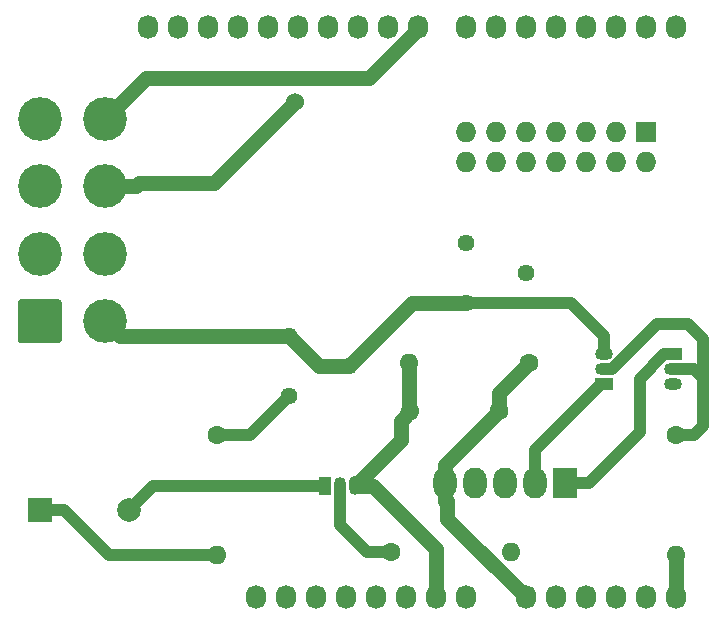
<source format=gbr>
G04 #@! TF.GenerationSoftware,KiCad,Pcbnew,5.0.2+dfsg1-1*
G04 #@! TF.CreationDate,2019-08-29T13:15:50-03:00*
G04 #@! TF.ProjectId,Placa_lcd_cont_geiger,506c6163-615f-46c6-9364-5f636f6e745f,rev?*
G04 #@! TF.SameCoordinates,Original*
G04 #@! TF.FileFunction,Copper,L1,Top*
G04 #@! TF.FilePolarity,Positive*
%FSLAX46Y46*%
G04 Gerber Fmt 4.6, Leading zero omitted, Abs format (unit mm)*
G04 Created by KiCad (PCBNEW 5.0.2+dfsg1-1) date jue 29 ago 2019 13:15:50 -03*
%MOMM*%
%LPD*%
G01*
G04 APERTURE LIST*
G04 #@! TA.AperFunction,ComponentPad*
%ADD10R,1.500000X1.050000*%
G04 #@! TD*
G04 #@! TA.AperFunction,ComponentPad*
%ADD11O,1.500000X1.050000*%
G04 #@! TD*
G04 #@! TA.AperFunction,ComponentPad*
%ADD12C,1.440000*%
G04 #@! TD*
G04 #@! TA.AperFunction,ComponentPad*
%ADD13O,1.727200X2.032000*%
G04 #@! TD*
G04 #@! TA.AperFunction,ComponentPad*
%ADD14R,2.000000X2.000000*%
G04 #@! TD*
G04 #@! TA.AperFunction,ComponentPad*
%ADD15C,2.000000*%
G04 #@! TD*
G04 #@! TA.AperFunction,ComponentPad*
%ADD16C,1.600000*%
G04 #@! TD*
G04 #@! TA.AperFunction,ComponentPad*
%ADD17O,1.600000X1.600000*%
G04 #@! TD*
G04 #@! TA.AperFunction,Conductor*
%ADD18C,0.100000*%
G04 #@! TD*
G04 #@! TA.AperFunction,ComponentPad*
%ADD19C,3.700000*%
G04 #@! TD*
G04 #@! TA.AperFunction,ComponentPad*
%ADD20R,1.727200X1.727200*%
G04 #@! TD*
G04 #@! TA.AperFunction,ComponentPad*
%ADD21O,1.727200X1.727200*%
G04 #@! TD*
G04 #@! TA.AperFunction,ComponentPad*
%ADD22O,1.050000X1.500000*%
G04 #@! TD*
G04 #@! TA.AperFunction,ComponentPad*
%ADD23R,1.050000X1.500000*%
G04 #@! TD*
G04 #@! TA.AperFunction,ComponentPad*
%ADD24R,2.000000X2.600000*%
G04 #@! TD*
G04 #@! TA.AperFunction,ComponentPad*
%ADD25O,2.000000X2.600000*%
G04 #@! TD*
G04 #@! TA.AperFunction,ViaPad*
%ADD26C,1.524000*%
G04 #@! TD*
G04 #@! TA.AperFunction,Conductor*
%ADD27C,1.270000*%
G04 #@! TD*
G04 #@! TA.AperFunction,Conductor*
%ADD28C,1.016000*%
G04 #@! TD*
G04 APERTURE END LIST*
D10*
G04 #@! TO.P,Q2,1*
G04 #@! TO.N,Net-(J3-Pad1)*
X174244000Y-103251000D03*
D11*
G04 #@! TO.P,Q2,3*
G04 #@! TO.N,GND*
X174244000Y-105791000D03*
G04 #@! TO.P,Q2,2*
G04 #@! TO.N,Net-(Q2-Pad2)*
X174244000Y-104521000D03*
G04 #@! TD*
D12*
G04 #@! TO.P,RV2,1*
G04 #@! TO.N,VCC*
X156718000Y-98933000D03*
G04 #@! TO.P,RV2,2*
G04 #@! TO.N,Net-(J2-Pad10)*
X161798000Y-96393000D03*
G04 #@! TO.P,RV2,3*
G04 #@! TO.N,GND*
X156718000Y-93853000D03*
G04 #@! TD*
D13*
G04 #@! TO.P,P1,1*
G04 #@! TO.N,Net-(P1-Pad1)*
X138938000Y-123825000D03*
G04 #@! TO.P,P1,2*
G04 #@! TO.N,/IOREF*
X141478000Y-123825000D03*
G04 #@! TO.P,P1,3*
G04 #@! TO.N,/Reset*
X144018000Y-123825000D03*
G04 #@! TO.P,P1,4*
G04 #@! TO.N,+3V3*
X146558000Y-123825000D03*
G04 #@! TO.P,P1,5*
G04 #@! TO.N,VCC*
X149098000Y-123825000D03*
G04 #@! TO.P,P1,6*
G04 #@! TO.N,GND*
X151638000Y-123825000D03*
G04 #@! TO.P,P1,7*
X154178000Y-123825000D03*
G04 #@! TO.P,P1,8*
G04 #@! TO.N,/Vin*
X156718000Y-123825000D03*
G04 #@! TD*
G04 #@! TO.P,P2,1*
G04 #@! TO.N,/A0*
X161798000Y-123825000D03*
G04 #@! TO.P,P2,2*
G04 #@! TO.N,/A1*
X164338000Y-123825000D03*
G04 #@! TO.P,P2,3*
G04 #@! TO.N,/A2*
X166878000Y-123825000D03*
G04 #@! TO.P,P2,4*
G04 #@! TO.N,/A3*
X169418000Y-123825000D03*
G04 #@! TO.P,P2,5*
G04 #@! TO.N,/A4*
X171958000Y-123825000D03*
G04 #@! TO.P,P2,6*
G04 #@! TO.N,/A5*
X174498000Y-123825000D03*
G04 #@! TD*
G04 #@! TO.P,P3,1*
G04 #@! TO.N,/A5(SCL)*
X129794000Y-75565000D03*
G04 #@! TO.P,P3,2*
G04 #@! TO.N,/A4(SDA)*
X132334000Y-75565000D03*
G04 #@! TO.P,P3,3*
G04 #@! TO.N,/AREF*
X134874000Y-75565000D03*
G04 #@! TO.P,P3,4*
G04 #@! TO.N,GND*
X137414000Y-75565000D03*
G04 #@! TO.P,P3,5*
G04 #@! TO.N,/13(SCK)*
X139954000Y-75565000D03*
G04 #@! TO.P,P3,6*
G04 #@! TO.N,/12(MISO)*
X142494000Y-75565000D03*
G04 #@! TO.P,P3,7*
G04 #@! TO.N,/11(\002A\002A/MOSI)*
X145034000Y-75565000D03*
G04 #@! TO.P,P3,8*
G04 #@! TO.N,/10(\002A\002A/SS)*
X147574000Y-75565000D03*
G04 #@! TO.P,P3,9*
G04 #@! TO.N,/9(\002A\002A)*
X150114000Y-75565000D03*
G04 #@! TO.P,P3,10*
G04 #@! TO.N,/8*
X152654000Y-75565000D03*
G04 #@! TD*
G04 #@! TO.P,P4,1*
G04 #@! TO.N,/7*
X156718000Y-75565000D03*
G04 #@! TO.P,P4,2*
G04 #@! TO.N,/6(\002A\002A)*
X159258000Y-75565000D03*
G04 #@! TO.P,P4,3*
G04 #@! TO.N,/5(\002A\002A)*
X161798000Y-75565000D03*
G04 #@! TO.P,P4,4*
G04 #@! TO.N,/4*
X164338000Y-75565000D03*
G04 #@! TO.P,P4,5*
G04 #@! TO.N,/3(\002A\002A)*
X166878000Y-75565000D03*
G04 #@! TO.P,P4,6*
G04 #@! TO.N,/2*
X169418000Y-75565000D03*
G04 #@! TO.P,P4,7*
G04 #@! TO.N,/1(Tx)*
X171958000Y-75565000D03*
G04 #@! TO.P,P4,8*
G04 #@! TO.N,/0(Rx)*
X174498000Y-75565000D03*
G04 #@! TD*
D14*
G04 #@! TO.P,BZ1,1*
G04 #@! TO.N,Net-(BZ1-Pad1)*
X120650000Y-116459000D03*
D15*
G04 #@! TO.P,BZ1,2*
G04 #@! TO.N,Net-(BZ1-Pad2)*
X128250000Y-116459000D03*
G04 #@! TD*
D16*
G04 #@! TO.P,C1,1*
G04 #@! TO.N,/A0*
X159512000Y-108077000D03*
D17*
G04 #@! TO.P,C1,2*
G04 #@! TO.N,GND*
X152012000Y-108077000D03*
G04 #@! TD*
D18*
G04 #@! TO.N,Net-(J1-Pad1)*
G04 #@! TO.C,J1*
G36*
X122274503Y-98608204D02*
X122298772Y-98611804D01*
X122322570Y-98617765D01*
X122345670Y-98626030D01*
X122367849Y-98636520D01*
X122388892Y-98649133D01*
X122408598Y-98663748D01*
X122426776Y-98680224D01*
X122443252Y-98698402D01*
X122457867Y-98718108D01*
X122470480Y-98739151D01*
X122480970Y-98761330D01*
X122489235Y-98784430D01*
X122495196Y-98808228D01*
X122498796Y-98832497D01*
X122500000Y-98857001D01*
X122500000Y-102056999D01*
X122498796Y-102081503D01*
X122495196Y-102105772D01*
X122489235Y-102129570D01*
X122480970Y-102152670D01*
X122470480Y-102174849D01*
X122457867Y-102195892D01*
X122443252Y-102215598D01*
X122426776Y-102233776D01*
X122408598Y-102250252D01*
X122388892Y-102264867D01*
X122367849Y-102277480D01*
X122345670Y-102287970D01*
X122322570Y-102296235D01*
X122298772Y-102302196D01*
X122274503Y-102305796D01*
X122249999Y-102307000D01*
X119050001Y-102307000D01*
X119025497Y-102305796D01*
X119001228Y-102302196D01*
X118977430Y-102296235D01*
X118954330Y-102287970D01*
X118932151Y-102277480D01*
X118911108Y-102264867D01*
X118891402Y-102250252D01*
X118873224Y-102233776D01*
X118856748Y-102215598D01*
X118842133Y-102195892D01*
X118829520Y-102174849D01*
X118819030Y-102152670D01*
X118810765Y-102129570D01*
X118804804Y-102105772D01*
X118801204Y-102081503D01*
X118800000Y-102056999D01*
X118800000Y-98857001D01*
X118801204Y-98832497D01*
X118804804Y-98808228D01*
X118810765Y-98784430D01*
X118819030Y-98761330D01*
X118829520Y-98739151D01*
X118842133Y-98718108D01*
X118856748Y-98698402D01*
X118873224Y-98680224D01*
X118891402Y-98663748D01*
X118911108Y-98649133D01*
X118932151Y-98636520D01*
X118954330Y-98626030D01*
X118977430Y-98617765D01*
X119001228Y-98611804D01*
X119025497Y-98608204D01*
X119050001Y-98607000D01*
X122249999Y-98607000D01*
X122274503Y-98608204D01*
X122274503Y-98608204D01*
G37*
D19*
G04 #@! TD*
G04 #@! TO.P,J1,1*
G04 #@! TO.N,Net-(J1-Pad1)*
X120650000Y-100457000D03*
G04 #@! TO.P,J1,2*
G04 #@! TO.N,Net-(J1-Pad2)*
X120650000Y-94757000D03*
G04 #@! TO.P,J1,3*
G04 #@! TO.N,Net-(J1-Pad3)*
X120650000Y-89057000D03*
G04 #@! TO.P,J1,4*
G04 #@! TO.N,GND*
X120650000Y-83357000D03*
G04 #@! TO.P,J1,5*
G04 #@! TO.N,VCC*
X126150000Y-100457000D03*
G04 #@! TO.P,J1,6*
G04 #@! TO.N,Net-(J1-Pad6)*
X126150000Y-94757000D03*
G04 #@! TO.P,J1,7*
G04 #@! TO.N,/12(MISO)*
X126150000Y-89057000D03*
G04 #@! TO.P,J1,8*
G04 #@! TO.N,/8*
X126150000Y-83357000D03*
G04 #@! TD*
D20*
G04 #@! TO.P,J2,1*
G04 #@! TO.N,Net-(J2-Pad1)*
X171958000Y-84455000D03*
D21*
G04 #@! TO.P,J2,2*
G04 #@! TO.N,Net-(J2-Pad2)*
X171958000Y-86995000D03*
G04 #@! TO.P,J2,3*
G04 #@! TO.N,/2*
X169418000Y-84455000D03*
G04 #@! TO.P,J2,4*
G04 #@! TO.N,Net-(J2-Pad4)*
X169418000Y-86995000D03*
G04 #@! TO.P,J2,5*
G04 #@! TO.N,/3(\002A\002A)*
X166878000Y-84455000D03*
G04 #@! TO.P,J2,6*
G04 #@! TO.N,Net-(J2-Pad6)*
X166878000Y-86995000D03*
G04 #@! TO.P,J2,7*
G04 #@! TO.N,/4*
X164338000Y-84455000D03*
G04 #@! TO.P,J2,8*
G04 #@! TO.N,Net-(J2-Pad8)*
X164338000Y-86995000D03*
G04 #@! TO.P,J2,9*
G04 #@! TO.N,/5(\002A\002A)*
X161798000Y-84455000D03*
G04 #@! TO.P,J2,10*
G04 #@! TO.N,Net-(J2-Pad10)*
X161798000Y-86995000D03*
G04 #@! TO.P,J2,11*
G04 #@! TO.N,/6(\002A\002A)*
X159258000Y-84455000D03*
G04 #@! TO.P,J2,12*
G04 #@! TO.N,VCC*
X159258000Y-86995000D03*
G04 #@! TO.P,J2,13*
G04 #@! TO.N,/7*
X156718000Y-84455000D03*
G04 #@! TO.P,J2,14*
G04 #@! TO.N,GND*
X156718000Y-86995000D03*
G04 #@! TD*
D22*
G04 #@! TO.P,Q1,2*
G04 #@! TO.N,Net-(Q1-Pad2)*
X146050000Y-114427000D03*
G04 #@! TO.P,Q1,3*
G04 #@! TO.N,GND*
X147320000Y-114427000D03*
D23*
G04 #@! TO.P,Q1,1*
G04 #@! TO.N,Net-(BZ1-Pad2)*
X144780000Y-114427000D03*
G04 #@! TD*
D17*
G04 #@! TO.P,R1,2*
G04 #@! TO.N,/A5*
X174498000Y-120269000D03*
D16*
G04 #@! TO.P,R1,1*
G04 #@! TO.N,Net-(Q2-Pad2)*
X174498000Y-110109000D03*
G04 #@! TD*
G04 #@! TO.P,R2,1*
G04 #@! TO.N,Net-(Q1-Pad2)*
X150368000Y-120015000D03*
D17*
G04 #@! TO.P,R2,2*
G04 #@! TO.N,/A4*
X160528000Y-120015000D03*
G04 #@! TD*
D16*
G04 #@! TO.P,R4,1*
G04 #@! TO.N,Net-(R4-Pad1)*
X135636000Y-110109000D03*
D17*
G04 #@! TO.P,R4,2*
G04 #@! TO.N,Net-(BZ1-Pad1)*
X135636000Y-120269000D03*
G04 #@! TD*
G04 #@! TO.P,R5,2*
G04 #@! TO.N,GND*
X151892000Y-104013000D03*
D16*
G04 #@! TO.P,R5,1*
G04 #@! TO.N,/A0*
X162052000Y-104013000D03*
G04 #@! TD*
D12*
G04 #@! TO.P,RV1,3*
G04 #@! TO.N,VCC*
X141732000Y-101727000D03*
G04 #@! TO.P,RV1,2*
X146812000Y-104267000D03*
G04 #@! TO.P,RV1,1*
G04 #@! TO.N,Net-(R4-Pad1)*
X141732000Y-106807000D03*
G04 #@! TD*
D11*
G04 #@! TO.P,Q3,2*
G04 #@! TO.N,Net-(Q2-Pad2)*
X168402000Y-104521000D03*
G04 #@! TO.P,Q3,3*
G04 #@! TO.N,VCC*
X168402000Y-103251000D03*
D10*
G04 #@! TO.P,Q3,1*
G04 #@! TO.N,Net-(J3-Pad2)*
X168402000Y-105791000D03*
G04 #@! TD*
D24*
G04 #@! TO.P,J3,1*
G04 #@! TO.N,Net-(J3-Pad1)*
X165140000Y-114173000D03*
D25*
G04 #@! TO.P,J3,2*
G04 #@! TO.N,Net-(J3-Pad2)*
X162600000Y-114173000D03*
G04 #@! TO.P,J3,3*
G04 #@! TO.N,GND*
X160060000Y-114173000D03*
G04 #@! TO.P,J3,4*
G04 #@! TO.N,VCC*
X157520000Y-114173000D03*
G04 #@! TO.P,J3,5*
G04 #@! TO.N,/A0*
X154980000Y-114173000D03*
G04 #@! TD*
D26*
G04 #@! TO.N,/12(MISO)*
X142240000Y-81915000D03*
G04 #@! TD*
D27*
G04 #@! TO.N,GND*
X154178000Y-123672600D02*
X154178000Y-123825000D01*
D28*
X147320000Y-114427000D02*
X147320000Y-114039000D01*
D27*
X151638000Y-123825000D02*
X151638000Y-123672600D01*
X148844000Y-114427000D02*
X147410010Y-114427000D01*
X154178000Y-123825000D02*
X154178000Y-119761000D01*
X154178000Y-119761000D02*
X148844000Y-114427000D01*
X151892000Y-107957000D02*
X152012000Y-108077000D01*
X151892000Y-104013000D02*
X151892000Y-107957000D01*
X147410010Y-114336990D02*
X147410010Y-114427000D01*
X151212001Y-108876999D02*
X151212001Y-110534999D01*
X151212001Y-110534999D02*
X147410010Y-114336990D01*
X152012000Y-108077000D02*
X151212001Y-108876999D01*
G04 #@! TO.N,/A0*
X161798000Y-123825000D02*
X161798000Y-123672600D01*
X155140000Y-117167000D02*
X161798000Y-123825000D01*
X155140000Y-115697000D02*
X155140000Y-117167000D01*
X154980000Y-112609000D02*
X159512000Y-108077000D01*
X154980000Y-115697000D02*
X154980000Y-112609000D01*
X159512000Y-106553000D02*
X162052000Y-104013000D01*
X159512000Y-108077000D02*
X159512000Y-106553000D01*
G04 #@! TO.N,/8*
X126150000Y-83357000D02*
X129624000Y-79883000D01*
X152654000Y-75717400D02*
X152654000Y-75565000D01*
X148488400Y-79883000D02*
X152654000Y-75717400D01*
X129624000Y-79883000D02*
X148488400Y-79883000D01*
G04 #@! TO.N,/12(MISO)*
X128766295Y-89057000D02*
X129050295Y-88773000D01*
X126150000Y-89057000D02*
X128766295Y-89057000D01*
X129050295Y-88773000D02*
X135382000Y-88773000D01*
X135382000Y-88773000D02*
X141986000Y-82169000D01*
D28*
G04 #@! TO.N,Net-(BZ1-Pad1)*
X134504630Y-120269000D02*
X135636000Y-120269000D01*
X126476000Y-120269000D02*
X134504630Y-120269000D01*
X122666000Y-116459000D02*
X126476000Y-120269000D01*
X120650000Y-116459000D02*
X122666000Y-116459000D01*
G04 #@! TO.N,Net-(BZ1-Pad2)*
X130282000Y-114427000D02*
X128250000Y-116459000D01*
X144780000Y-114427000D02*
X130282000Y-114427000D01*
D27*
G04 #@! TO.N,VCC*
X144272000Y-104267000D02*
X141732000Y-101727000D01*
X146812000Y-104267000D02*
X144272000Y-104267000D01*
X127420000Y-101727000D02*
X126150000Y-100457000D01*
X152146000Y-98933000D02*
X156718000Y-98933000D01*
X146812000Y-104267000D02*
X152146000Y-98933000D01*
X141732000Y-101727000D02*
X127420000Y-101727000D01*
D28*
X168402000Y-101710000D02*
X168402000Y-103251000D01*
X165625000Y-98933000D02*
X168402000Y-101710000D01*
X156718000Y-98933000D02*
X165625000Y-98933000D01*
G04 #@! TO.N,Net-(J3-Pad1)*
X173545261Y-103251000D02*
X171450000Y-105346261D01*
X174244000Y-103251000D02*
X173545261Y-103251000D01*
X171450000Y-105346261D02*
X171450000Y-109855000D01*
X171450000Y-109855000D02*
X167894000Y-113411000D01*
X167156000Y-114173000D02*
X165140000Y-114173000D01*
X167894000Y-113435000D02*
X167156000Y-114173000D01*
X167894000Y-113411000D02*
X167894000Y-113435000D01*
G04 #@! TO.N,Net-(Q1-Pad2)*
X148336000Y-120015000D02*
X150368000Y-120015000D01*
X146050000Y-114427000D02*
X146050000Y-117729000D01*
X146050000Y-117729000D02*
X148336000Y-120015000D01*
G04 #@! TO.N,Net-(Q2-Pad2)*
X176022000Y-110109000D02*
X174498000Y-110109000D01*
X176784000Y-109347000D02*
X176022000Y-110109000D01*
X176784000Y-105295000D02*
X176784000Y-109347000D01*
X174244000Y-104521000D02*
X176010000Y-104521000D01*
X176010000Y-104521000D02*
X176784000Y-105295000D01*
X176784000Y-101981000D02*
X176784000Y-105295000D01*
X175514000Y-100711000D02*
X176784000Y-101981000D01*
X172910739Y-100711000D02*
X175514000Y-100711000D01*
X168402000Y-104521000D02*
X169100739Y-104521000D01*
X169100739Y-104521000D02*
X172910739Y-100711000D01*
G04 #@! TO.N,Net-(R4-Pad1)*
X138430000Y-110109000D02*
X141732000Y-106807000D01*
X135636000Y-110109000D02*
X138430000Y-110109000D01*
D27*
G04 #@! TO.N,/A5*
X174498000Y-123825000D02*
X174498000Y-120269000D01*
D28*
G04 #@! TO.N,Net-(J3-Pad2)*
X162600000Y-111368000D02*
X162600000Y-111857000D01*
X168177000Y-105791000D02*
X162600000Y-111368000D01*
X162600000Y-111857000D02*
X162600000Y-114173000D01*
X168402000Y-105791000D02*
X168177000Y-105791000D01*
G04 #@! TD*
M02*

</source>
